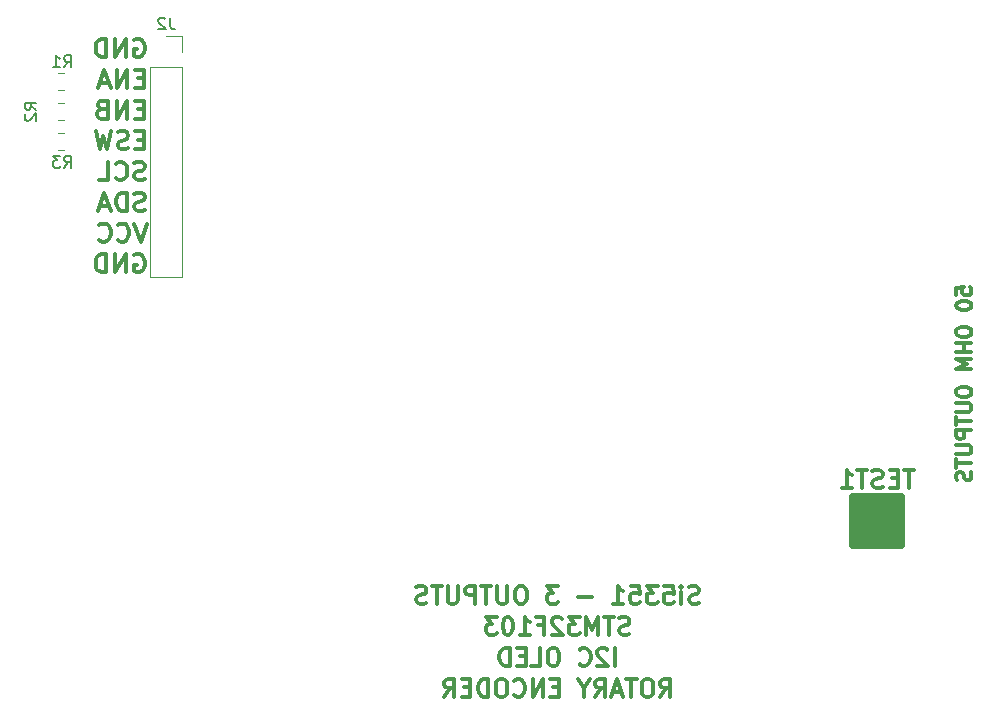
<source format=gbr>
G04 #@! TF.GenerationSoftware,KiCad,Pcbnew,(5.1.5)-3*
G04 #@! TF.CreationDate,2020-10-30T21:04:13-04:00*
G04 #@! TF.ProjectId,VFO-003,56464f2d-3030-4332-9e6b-696361645f70,1*
G04 #@! TF.SameCoordinates,Original*
G04 #@! TF.FileFunction,Legend,Bot*
G04 #@! TF.FilePolarity,Positive*
%FSLAX46Y46*%
G04 Gerber Fmt 4.6, Leading zero omitted, Abs format (unit mm)*
G04 Created by KiCad (PCBNEW (5.1.5)-3) date 2020-10-30 21:04:13*
%MOMM*%
%LPD*%
G04 APERTURE LIST*
%ADD10C,0.317500*%
%ADD11C,0.375000*%
%ADD12C,0.120000*%
%ADD13C,0.650000*%
%ADD14C,0.150000*%
%ADD15C,0.304800*%
G04 APERTURE END LIST*
D10*
X176054523Y-60520714D02*
X176054523Y-59915952D01*
X176659285Y-59855476D01*
X176598809Y-59915952D01*
X176538333Y-60036904D01*
X176538333Y-60339285D01*
X176598809Y-60460238D01*
X176659285Y-60520714D01*
X176780238Y-60581190D01*
X177082619Y-60581190D01*
X177203571Y-60520714D01*
X177264047Y-60460238D01*
X177324523Y-60339285D01*
X177324523Y-60036904D01*
X177264047Y-59915952D01*
X177203571Y-59855476D01*
X176054523Y-61367380D02*
X176054523Y-61488333D01*
X176115000Y-61609285D01*
X176175476Y-61669761D01*
X176296428Y-61730238D01*
X176538333Y-61790714D01*
X176840714Y-61790714D01*
X177082619Y-61730238D01*
X177203571Y-61669761D01*
X177264047Y-61609285D01*
X177324523Y-61488333D01*
X177324523Y-61367380D01*
X177264047Y-61246428D01*
X177203571Y-61185952D01*
X177082619Y-61125476D01*
X176840714Y-61065000D01*
X176538333Y-61065000D01*
X176296428Y-61125476D01*
X176175476Y-61185952D01*
X176115000Y-61246428D01*
X176054523Y-61367380D01*
X176054523Y-63544523D02*
X176054523Y-63786428D01*
X176115000Y-63907380D01*
X176235952Y-64028333D01*
X176477857Y-64088809D01*
X176901190Y-64088809D01*
X177143095Y-64028333D01*
X177264047Y-63907380D01*
X177324523Y-63786428D01*
X177324523Y-63544523D01*
X177264047Y-63423571D01*
X177143095Y-63302619D01*
X176901190Y-63242142D01*
X176477857Y-63242142D01*
X176235952Y-63302619D01*
X176115000Y-63423571D01*
X176054523Y-63544523D01*
X177324523Y-64633095D02*
X176054523Y-64633095D01*
X176659285Y-64633095D02*
X176659285Y-65358809D01*
X177324523Y-65358809D02*
X176054523Y-65358809D01*
X177324523Y-65963571D02*
X176054523Y-65963571D01*
X176961666Y-66386904D01*
X176054523Y-66810238D01*
X177324523Y-66810238D01*
X176054523Y-68624523D02*
X176054523Y-68866428D01*
X176115000Y-68987380D01*
X176235952Y-69108333D01*
X176477857Y-69168809D01*
X176901190Y-69168809D01*
X177143095Y-69108333D01*
X177264047Y-68987380D01*
X177324523Y-68866428D01*
X177324523Y-68624523D01*
X177264047Y-68503571D01*
X177143095Y-68382619D01*
X176901190Y-68322142D01*
X176477857Y-68322142D01*
X176235952Y-68382619D01*
X176115000Y-68503571D01*
X176054523Y-68624523D01*
X176054523Y-69713095D02*
X177082619Y-69713095D01*
X177203571Y-69773571D01*
X177264047Y-69834047D01*
X177324523Y-69955000D01*
X177324523Y-70196904D01*
X177264047Y-70317857D01*
X177203571Y-70378333D01*
X177082619Y-70438809D01*
X176054523Y-70438809D01*
X176054523Y-70862142D02*
X176054523Y-71587857D01*
X177324523Y-71225000D02*
X176054523Y-71225000D01*
X177324523Y-72011190D02*
X176054523Y-72011190D01*
X176054523Y-72495000D01*
X176115000Y-72615952D01*
X176175476Y-72676428D01*
X176296428Y-72736904D01*
X176477857Y-72736904D01*
X176598809Y-72676428D01*
X176659285Y-72615952D01*
X176719761Y-72495000D01*
X176719761Y-72011190D01*
X176054523Y-73281190D02*
X177082619Y-73281190D01*
X177203571Y-73341666D01*
X177264047Y-73402142D01*
X177324523Y-73523095D01*
X177324523Y-73765000D01*
X177264047Y-73885952D01*
X177203571Y-73946428D01*
X177082619Y-74006904D01*
X176054523Y-74006904D01*
X176054523Y-74430238D02*
X176054523Y-75155952D01*
X177324523Y-74793095D02*
X176054523Y-74793095D01*
X177264047Y-75518809D02*
X177324523Y-75700238D01*
X177324523Y-76002619D01*
X177264047Y-76123571D01*
X177203571Y-76184047D01*
X177082619Y-76244523D01*
X176961666Y-76244523D01*
X176840714Y-76184047D01*
X176780238Y-76123571D01*
X176719761Y-76002619D01*
X176659285Y-75760714D01*
X176598809Y-75639761D01*
X176538333Y-75579285D01*
X176417380Y-75518809D01*
X176296428Y-75518809D01*
X176175476Y-75579285D01*
X176115000Y-75639761D01*
X176054523Y-75760714D01*
X176054523Y-76063095D01*
X176115000Y-76244523D01*
X106463777Y-38945750D02*
X106613758Y-38873178D01*
X106838729Y-38873178D01*
X107063701Y-38945750D01*
X107213682Y-39090892D01*
X107288672Y-39236035D01*
X107363663Y-39526321D01*
X107363663Y-39744035D01*
X107288672Y-40034321D01*
X107213682Y-40179464D01*
X107063701Y-40324607D01*
X106838729Y-40397178D01*
X106688748Y-40397178D01*
X106463777Y-40324607D01*
X106388786Y-40252035D01*
X106388786Y-39744035D01*
X106688748Y-39744035D01*
X105713872Y-40397178D02*
X105713872Y-38873178D01*
X104813986Y-40397178D01*
X104813986Y-38873178D01*
X104064082Y-40397178D02*
X104064082Y-38873178D01*
X103689129Y-38873178D01*
X103464158Y-38945750D01*
X103314177Y-39090892D01*
X103239186Y-39236035D01*
X103164196Y-39526321D01*
X103164196Y-39744035D01*
X103239186Y-40034321D01*
X103314177Y-40179464D01*
X103464158Y-40324607D01*
X103689129Y-40397178D01*
X104064082Y-40397178D01*
X107288672Y-42202392D02*
X106763739Y-42202392D01*
X106538767Y-43000678D02*
X107288672Y-43000678D01*
X107288672Y-41476678D01*
X106538767Y-41476678D01*
X105863853Y-43000678D02*
X105863853Y-41476678D01*
X104963967Y-43000678D01*
X104963967Y-41476678D01*
X104289053Y-42565250D02*
X103539148Y-42565250D01*
X104439034Y-43000678D02*
X103914101Y-41476678D01*
X103389167Y-43000678D01*
X107288672Y-44805892D02*
X106763739Y-44805892D01*
X106538767Y-45604178D02*
X107288672Y-45604178D01*
X107288672Y-44080178D01*
X106538767Y-44080178D01*
X105863853Y-45604178D02*
X105863853Y-44080178D01*
X104963967Y-45604178D01*
X104963967Y-44080178D01*
X103689129Y-44805892D02*
X103464158Y-44878464D01*
X103389167Y-44951035D01*
X103314177Y-45096178D01*
X103314177Y-45313892D01*
X103389167Y-45459035D01*
X103464158Y-45531607D01*
X103614139Y-45604178D01*
X104214063Y-45604178D01*
X104214063Y-44080178D01*
X103689129Y-44080178D01*
X103539148Y-44152750D01*
X103464158Y-44225321D01*
X103389167Y-44370464D01*
X103389167Y-44515607D01*
X103464158Y-44660750D01*
X103539148Y-44733321D01*
X103689129Y-44805892D01*
X104214063Y-44805892D01*
X107288672Y-47409392D02*
X106763739Y-47409392D01*
X106538767Y-48207678D02*
X107288672Y-48207678D01*
X107288672Y-46683678D01*
X106538767Y-46683678D01*
X105938844Y-48135107D02*
X105713872Y-48207678D01*
X105338920Y-48207678D01*
X105188939Y-48135107D01*
X105113948Y-48062535D01*
X105038958Y-47917392D01*
X105038958Y-47772250D01*
X105113948Y-47627107D01*
X105188939Y-47554535D01*
X105338920Y-47481964D01*
X105638882Y-47409392D01*
X105788863Y-47336821D01*
X105863853Y-47264250D01*
X105938844Y-47119107D01*
X105938844Y-46973964D01*
X105863853Y-46828821D01*
X105788863Y-46756250D01*
X105638882Y-46683678D01*
X105263929Y-46683678D01*
X105038958Y-46756250D01*
X104514025Y-46683678D02*
X104139072Y-48207678D01*
X103839110Y-47119107D01*
X103539148Y-48207678D01*
X103164196Y-46683678D01*
X107363663Y-50738607D02*
X107138691Y-50811178D01*
X106763739Y-50811178D01*
X106613758Y-50738607D01*
X106538767Y-50666035D01*
X106463777Y-50520892D01*
X106463777Y-50375750D01*
X106538767Y-50230607D01*
X106613758Y-50158035D01*
X106763739Y-50085464D01*
X107063701Y-50012892D01*
X107213682Y-49940321D01*
X107288672Y-49867750D01*
X107363663Y-49722607D01*
X107363663Y-49577464D01*
X107288672Y-49432321D01*
X107213682Y-49359750D01*
X107063701Y-49287178D01*
X106688748Y-49287178D01*
X106463777Y-49359750D01*
X104888977Y-50666035D02*
X104963967Y-50738607D01*
X105188939Y-50811178D01*
X105338920Y-50811178D01*
X105563891Y-50738607D01*
X105713872Y-50593464D01*
X105788863Y-50448321D01*
X105863853Y-50158035D01*
X105863853Y-49940321D01*
X105788863Y-49650035D01*
X105713872Y-49504892D01*
X105563891Y-49359750D01*
X105338920Y-49287178D01*
X105188939Y-49287178D01*
X104963967Y-49359750D01*
X104888977Y-49432321D01*
X103464158Y-50811178D02*
X104214063Y-50811178D01*
X104214063Y-49287178D01*
X107363663Y-53342107D02*
X107138691Y-53414678D01*
X106763739Y-53414678D01*
X106613758Y-53342107D01*
X106538767Y-53269535D01*
X106463777Y-53124392D01*
X106463777Y-52979250D01*
X106538767Y-52834107D01*
X106613758Y-52761535D01*
X106763739Y-52688964D01*
X107063701Y-52616392D01*
X107213682Y-52543821D01*
X107288672Y-52471250D01*
X107363663Y-52326107D01*
X107363663Y-52180964D01*
X107288672Y-52035821D01*
X107213682Y-51963250D01*
X107063701Y-51890678D01*
X106688748Y-51890678D01*
X106463777Y-51963250D01*
X105788863Y-53414678D02*
X105788863Y-51890678D01*
X105413910Y-51890678D01*
X105188939Y-51963250D01*
X105038958Y-52108392D01*
X104963967Y-52253535D01*
X104888977Y-52543821D01*
X104888977Y-52761535D01*
X104963967Y-53051821D01*
X105038958Y-53196964D01*
X105188939Y-53342107D01*
X105413910Y-53414678D01*
X105788863Y-53414678D01*
X104289053Y-52979250D02*
X103539148Y-52979250D01*
X104439034Y-53414678D02*
X103914101Y-51890678D01*
X103389167Y-53414678D01*
X107513644Y-54494178D02*
X106988710Y-56018178D01*
X106463777Y-54494178D01*
X105038958Y-55873035D02*
X105113948Y-55945607D01*
X105338920Y-56018178D01*
X105488901Y-56018178D01*
X105713872Y-55945607D01*
X105863853Y-55800464D01*
X105938844Y-55655321D01*
X106013834Y-55365035D01*
X106013834Y-55147321D01*
X105938844Y-54857035D01*
X105863853Y-54711892D01*
X105713872Y-54566750D01*
X105488901Y-54494178D01*
X105338920Y-54494178D01*
X105113948Y-54566750D01*
X105038958Y-54639321D01*
X103464158Y-55873035D02*
X103539148Y-55945607D01*
X103764120Y-56018178D01*
X103914101Y-56018178D01*
X104139072Y-55945607D01*
X104289053Y-55800464D01*
X104364044Y-55655321D01*
X104439034Y-55365035D01*
X104439034Y-55147321D01*
X104364044Y-54857035D01*
X104289053Y-54711892D01*
X104139072Y-54566750D01*
X103914101Y-54494178D01*
X103764120Y-54494178D01*
X103539148Y-54566750D01*
X103464158Y-54639321D01*
X106463777Y-57170250D02*
X106613758Y-57097678D01*
X106838729Y-57097678D01*
X107063701Y-57170250D01*
X107213682Y-57315392D01*
X107288672Y-57460535D01*
X107363663Y-57750821D01*
X107363663Y-57968535D01*
X107288672Y-58258821D01*
X107213682Y-58403964D01*
X107063701Y-58549107D01*
X106838729Y-58621678D01*
X106688748Y-58621678D01*
X106463777Y-58549107D01*
X106388786Y-58476535D01*
X106388786Y-57968535D01*
X106688748Y-57968535D01*
X105713872Y-58621678D02*
X105713872Y-57097678D01*
X104813986Y-58621678D01*
X104813986Y-57097678D01*
X104064082Y-58621678D02*
X104064082Y-57097678D01*
X103689129Y-57097678D01*
X103464158Y-57170250D01*
X103314177Y-57315392D01*
X103239186Y-57460535D01*
X103164196Y-57750821D01*
X103164196Y-57968535D01*
X103239186Y-58258821D01*
X103314177Y-58403964D01*
X103464158Y-58549107D01*
X103689129Y-58621678D01*
X104064082Y-58621678D01*
D11*
X154255085Y-86611042D02*
X154040800Y-86682471D01*
X153683657Y-86682471D01*
X153540800Y-86611042D01*
X153469371Y-86539614D01*
X153397942Y-86396757D01*
X153397942Y-86253900D01*
X153469371Y-86111042D01*
X153540800Y-86039614D01*
X153683657Y-85968185D01*
X153969371Y-85896757D01*
X154112228Y-85825328D01*
X154183657Y-85753900D01*
X154255085Y-85611042D01*
X154255085Y-85468185D01*
X154183657Y-85325328D01*
X154112228Y-85253900D01*
X153969371Y-85182471D01*
X153612228Y-85182471D01*
X153397942Y-85253900D01*
X152755085Y-86682471D02*
X152755085Y-85682471D01*
X152755085Y-85182471D02*
X152826514Y-85253900D01*
X152755085Y-85325328D01*
X152683657Y-85253900D01*
X152755085Y-85182471D01*
X152755085Y-85325328D01*
X151326514Y-85182471D02*
X152040800Y-85182471D01*
X152112228Y-85896757D01*
X152040800Y-85825328D01*
X151897942Y-85753900D01*
X151540800Y-85753900D01*
X151397942Y-85825328D01*
X151326514Y-85896757D01*
X151255085Y-86039614D01*
X151255085Y-86396757D01*
X151326514Y-86539614D01*
X151397942Y-86611042D01*
X151540800Y-86682471D01*
X151897942Y-86682471D01*
X152040800Y-86611042D01*
X152112228Y-86539614D01*
X150755085Y-85182471D02*
X149826514Y-85182471D01*
X150326514Y-85753900D01*
X150112228Y-85753900D01*
X149969371Y-85825328D01*
X149897942Y-85896757D01*
X149826514Y-86039614D01*
X149826514Y-86396757D01*
X149897942Y-86539614D01*
X149969371Y-86611042D01*
X150112228Y-86682471D01*
X150540800Y-86682471D01*
X150683657Y-86611042D01*
X150755085Y-86539614D01*
X148469371Y-85182471D02*
X149183657Y-85182471D01*
X149255085Y-85896757D01*
X149183657Y-85825328D01*
X149040800Y-85753900D01*
X148683657Y-85753900D01*
X148540800Y-85825328D01*
X148469371Y-85896757D01*
X148397942Y-86039614D01*
X148397942Y-86396757D01*
X148469371Y-86539614D01*
X148540800Y-86611042D01*
X148683657Y-86682471D01*
X149040800Y-86682471D01*
X149183657Y-86611042D01*
X149255085Y-86539614D01*
X146969371Y-86682471D02*
X147826514Y-86682471D01*
X147397942Y-86682471D02*
X147397942Y-85182471D01*
X147540800Y-85396757D01*
X147683657Y-85539614D01*
X147826514Y-85611042D01*
X145183657Y-86111042D02*
X144040800Y-86111042D01*
X142326514Y-85182471D02*
X141397942Y-85182471D01*
X141897942Y-85753900D01*
X141683657Y-85753900D01*
X141540800Y-85825328D01*
X141469371Y-85896757D01*
X141397942Y-86039614D01*
X141397942Y-86396757D01*
X141469371Y-86539614D01*
X141540800Y-86611042D01*
X141683657Y-86682471D01*
X142112228Y-86682471D01*
X142255085Y-86611042D01*
X142326514Y-86539614D01*
X139326514Y-85182471D02*
X139040800Y-85182471D01*
X138897942Y-85253900D01*
X138755085Y-85396757D01*
X138683657Y-85682471D01*
X138683657Y-86182471D01*
X138755085Y-86468185D01*
X138897942Y-86611042D01*
X139040800Y-86682471D01*
X139326514Y-86682471D01*
X139469371Y-86611042D01*
X139612228Y-86468185D01*
X139683657Y-86182471D01*
X139683657Y-85682471D01*
X139612228Y-85396757D01*
X139469371Y-85253900D01*
X139326514Y-85182471D01*
X138040800Y-85182471D02*
X138040800Y-86396757D01*
X137969371Y-86539614D01*
X137897942Y-86611042D01*
X137755085Y-86682471D01*
X137469371Y-86682471D01*
X137326514Y-86611042D01*
X137255085Y-86539614D01*
X137183657Y-86396757D01*
X137183657Y-85182471D01*
X136683657Y-85182471D02*
X135826514Y-85182471D01*
X136255085Y-86682471D02*
X136255085Y-85182471D01*
X135326514Y-86682471D02*
X135326514Y-85182471D01*
X134755085Y-85182471D01*
X134612228Y-85253900D01*
X134540800Y-85325328D01*
X134469371Y-85468185D01*
X134469371Y-85682471D01*
X134540800Y-85825328D01*
X134612228Y-85896757D01*
X134755085Y-85968185D01*
X135326514Y-85968185D01*
X133826514Y-85182471D02*
X133826514Y-86396757D01*
X133755085Y-86539614D01*
X133683657Y-86611042D01*
X133540800Y-86682471D01*
X133255085Y-86682471D01*
X133112228Y-86611042D01*
X133040800Y-86539614D01*
X132969371Y-86396757D01*
X132969371Y-85182471D01*
X132469371Y-85182471D02*
X131612228Y-85182471D01*
X132040800Y-86682471D02*
X132040800Y-85182471D01*
X131183657Y-86611042D02*
X130969371Y-86682471D01*
X130612228Y-86682471D01*
X130469371Y-86611042D01*
X130397942Y-86539614D01*
X130326514Y-86396757D01*
X130326514Y-86253900D01*
X130397942Y-86111042D01*
X130469371Y-86039614D01*
X130612228Y-85968185D01*
X130897942Y-85896757D01*
X131040800Y-85825328D01*
X131112228Y-85753900D01*
X131183657Y-85611042D01*
X131183657Y-85468185D01*
X131112228Y-85325328D01*
X131040800Y-85253900D01*
X130897942Y-85182471D01*
X130540800Y-85182471D01*
X130326514Y-85253900D01*
X148362228Y-89236042D02*
X148147942Y-89307471D01*
X147790800Y-89307471D01*
X147647942Y-89236042D01*
X147576514Y-89164614D01*
X147505085Y-89021757D01*
X147505085Y-88878900D01*
X147576514Y-88736042D01*
X147647942Y-88664614D01*
X147790800Y-88593185D01*
X148076514Y-88521757D01*
X148219371Y-88450328D01*
X148290800Y-88378900D01*
X148362228Y-88236042D01*
X148362228Y-88093185D01*
X148290800Y-87950328D01*
X148219371Y-87878900D01*
X148076514Y-87807471D01*
X147719371Y-87807471D01*
X147505085Y-87878900D01*
X147076514Y-87807471D02*
X146219371Y-87807471D01*
X146647942Y-89307471D02*
X146647942Y-87807471D01*
X145719371Y-89307471D02*
X145719371Y-87807471D01*
X145219371Y-88878900D01*
X144719371Y-87807471D01*
X144719371Y-89307471D01*
X144147942Y-87807471D02*
X143219371Y-87807471D01*
X143719371Y-88378900D01*
X143505085Y-88378900D01*
X143362228Y-88450328D01*
X143290800Y-88521757D01*
X143219371Y-88664614D01*
X143219371Y-89021757D01*
X143290800Y-89164614D01*
X143362228Y-89236042D01*
X143505085Y-89307471D01*
X143933657Y-89307471D01*
X144076514Y-89236042D01*
X144147942Y-89164614D01*
X142647942Y-87950328D02*
X142576514Y-87878900D01*
X142433657Y-87807471D01*
X142076514Y-87807471D01*
X141933657Y-87878900D01*
X141862228Y-87950328D01*
X141790800Y-88093185D01*
X141790800Y-88236042D01*
X141862228Y-88450328D01*
X142719371Y-89307471D01*
X141790800Y-89307471D01*
X140647942Y-88521757D02*
X141147942Y-88521757D01*
X141147942Y-89307471D02*
X141147942Y-87807471D01*
X140433657Y-87807471D01*
X139076514Y-89307471D02*
X139933657Y-89307471D01*
X139505085Y-89307471D02*
X139505085Y-87807471D01*
X139647942Y-88021757D01*
X139790800Y-88164614D01*
X139933657Y-88236042D01*
X138147942Y-87807471D02*
X138005085Y-87807471D01*
X137862228Y-87878900D01*
X137790800Y-87950328D01*
X137719371Y-88093185D01*
X137647942Y-88378900D01*
X137647942Y-88736042D01*
X137719371Y-89021757D01*
X137790800Y-89164614D01*
X137862228Y-89236042D01*
X138005085Y-89307471D01*
X138147942Y-89307471D01*
X138290800Y-89236042D01*
X138362228Y-89164614D01*
X138433657Y-89021757D01*
X138505085Y-88736042D01*
X138505085Y-88378900D01*
X138433657Y-88093185D01*
X138362228Y-87950328D01*
X138290800Y-87878900D01*
X138147942Y-87807471D01*
X137147942Y-87807471D02*
X136219371Y-87807471D01*
X136719371Y-88378900D01*
X136505085Y-88378900D01*
X136362228Y-88450328D01*
X136290800Y-88521757D01*
X136219371Y-88664614D01*
X136219371Y-89021757D01*
X136290800Y-89164614D01*
X136362228Y-89236042D01*
X136505085Y-89307471D01*
X136933657Y-89307471D01*
X137076514Y-89236042D01*
X137147942Y-89164614D01*
X147147942Y-91932471D02*
X147147942Y-90432471D01*
X146505085Y-90575328D02*
X146433657Y-90503900D01*
X146290800Y-90432471D01*
X145933657Y-90432471D01*
X145790800Y-90503900D01*
X145719371Y-90575328D01*
X145647942Y-90718185D01*
X145647942Y-90861042D01*
X145719371Y-91075328D01*
X146576514Y-91932471D01*
X145647942Y-91932471D01*
X144147942Y-91789614D02*
X144219371Y-91861042D01*
X144433657Y-91932471D01*
X144576514Y-91932471D01*
X144790800Y-91861042D01*
X144933657Y-91718185D01*
X145005085Y-91575328D01*
X145076514Y-91289614D01*
X145076514Y-91075328D01*
X145005085Y-90789614D01*
X144933657Y-90646757D01*
X144790800Y-90503900D01*
X144576514Y-90432471D01*
X144433657Y-90432471D01*
X144219371Y-90503900D01*
X144147942Y-90575328D01*
X142076514Y-90432471D02*
X141790800Y-90432471D01*
X141647942Y-90503900D01*
X141505085Y-90646757D01*
X141433657Y-90932471D01*
X141433657Y-91432471D01*
X141505085Y-91718185D01*
X141647942Y-91861042D01*
X141790800Y-91932471D01*
X142076514Y-91932471D01*
X142219371Y-91861042D01*
X142362228Y-91718185D01*
X142433657Y-91432471D01*
X142433657Y-90932471D01*
X142362228Y-90646757D01*
X142219371Y-90503900D01*
X142076514Y-90432471D01*
X140076514Y-91932471D02*
X140790800Y-91932471D01*
X140790800Y-90432471D01*
X139576514Y-91146757D02*
X139076514Y-91146757D01*
X138862228Y-91932471D02*
X139576514Y-91932471D01*
X139576514Y-90432471D01*
X138862228Y-90432471D01*
X138219371Y-91932471D02*
X138219371Y-90432471D01*
X137862228Y-90432471D01*
X137647942Y-90503900D01*
X137505085Y-90646757D01*
X137433657Y-90789614D01*
X137362228Y-91075328D01*
X137362228Y-91289614D01*
X137433657Y-91575328D01*
X137505085Y-91718185D01*
X137647942Y-91861042D01*
X137862228Y-91932471D01*
X138219371Y-91932471D01*
X150969371Y-94557471D02*
X151469371Y-93843185D01*
X151826514Y-94557471D02*
X151826514Y-93057471D01*
X151255085Y-93057471D01*
X151112228Y-93128900D01*
X151040800Y-93200328D01*
X150969371Y-93343185D01*
X150969371Y-93557471D01*
X151040800Y-93700328D01*
X151112228Y-93771757D01*
X151255085Y-93843185D01*
X151826514Y-93843185D01*
X150040800Y-93057471D02*
X149755085Y-93057471D01*
X149612228Y-93128900D01*
X149469371Y-93271757D01*
X149397942Y-93557471D01*
X149397942Y-94057471D01*
X149469371Y-94343185D01*
X149612228Y-94486042D01*
X149755085Y-94557471D01*
X150040800Y-94557471D01*
X150183657Y-94486042D01*
X150326514Y-94343185D01*
X150397942Y-94057471D01*
X150397942Y-93557471D01*
X150326514Y-93271757D01*
X150183657Y-93128900D01*
X150040800Y-93057471D01*
X148969371Y-93057471D02*
X148112228Y-93057471D01*
X148540800Y-94557471D02*
X148540800Y-93057471D01*
X147683657Y-94128900D02*
X146969371Y-94128900D01*
X147826514Y-94557471D02*
X147326514Y-93057471D01*
X146826514Y-94557471D01*
X145469371Y-94557471D02*
X145969371Y-93843185D01*
X146326514Y-94557471D02*
X146326514Y-93057471D01*
X145755085Y-93057471D01*
X145612228Y-93128900D01*
X145540800Y-93200328D01*
X145469371Y-93343185D01*
X145469371Y-93557471D01*
X145540800Y-93700328D01*
X145612228Y-93771757D01*
X145755085Y-93843185D01*
X146326514Y-93843185D01*
X144540800Y-93843185D02*
X144540800Y-94557471D01*
X145040800Y-93057471D02*
X144540800Y-93843185D01*
X144040800Y-93057471D01*
X142397942Y-93771757D02*
X141897942Y-93771757D01*
X141683657Y-94557471D02*
X142397942Y-94557471D01*
X142397942Y-93057471D01*
X141683657Y-93057471D01*
X141040800Y-94557471D02*
X141040800Y-93057471D01*
X140183657Y-94557471D01*
X140183657Y-93057471D01*
X138612228Y-94414614D02*
X138683657Y-94486042D01*
X138897942Y-94557471D01*
X139040800Y-94557471D01*
X139255085Y-94486042D01*
X139397942Y-94343185D01*
X139469371Y-94200328D01*
X139540800Y-93914614D01*
X139540800Y-93700328D01*
X139469371Y-93414614D01*
X139397942Y-93271757D01*
X139255085Y-93128900D01*
X139040800Y-93057471D01*
X138897942Y-93057471D01*
X138683657Y-93128900D01*
X138612228Y-93200328D01*
X137683657Y-93057471D02*
X137397942Y-93057471D01*
X137255085Y-93128900D01*
X137112228Y-93271757D01*
X137040800Y-93557471D01*
X137040800Y-94057471D01*
X137112228Y-94343185D01*
X137255085Y-94486042D01*
X137397942Y-94557471D01*
X137683657Y-94557471D01*
X137826514Y-94486042D01*
X137969371Y-94343185D01*
X138040800Y-94057471D01*
X138040800Y-93557471D01*
X137969371Y-93271757D01*
X137826514Y-93128900D01*
X137683657Y-93057471D01*
X136397942Y-94557471D02*
X136397942Y-93057471D01*
X136040800Y-93057471D01*
X135826514Y-93128900D01*
X135683657Y-93271757D01*
X135612228Y-93414614D01*
X135540800Y-93700328D01*
X135540800Y-93914614D01*
X135612228Y-94200328D01*
X135683657Y-94343185D01*
X135826514Y-94486042D01*
X136040800Y-94557471D01*
X136397942Y-94557471D01*
X134897942Y-93771757D02*
X134397942Y-93771757D01*
X134183657Y-94557471D02*
X134897942Y-94557471D01*
X134897942Y-93057471D01*
X134183657Y-93057471D01*
X132683657Y-94557471D02*
X133183657Y-93843185D01*
X133540800Y-94557471D02*
X133540800Y-93057471D01*
X132969371Y-93057471D01*
X132826514Y-93128900D01*
X132755085Y-93200328D01*
X132683657Y-93343185D01*
X132683657Y-93557471D01*
X132755085Y-93700328D01*
X132826514Y-93771757D01*
X132969371Y-93843185D01*
X133540800Y-93843185D01*
D12*
X110470000Y-38600000D02*
X109140000Y-38600000D01*
X110470000Y-39930000D02*
X110470000Y-38600000D01*
X110470000Y-41200000D02*
X107810000Y-41200000D01*
X107810000Y-41200000D02*
X107810000Y-59040000D01*
X110470000Y-41200000D02*
X110470000Y-59040000D01*
X110470000Y-59040000D02*
X107810000Y-59040000D01*
X99988748Y-44300000D02*
X100511252Y-44300000D01*
X99988748Y-45720000D02*
X100511252Y-45720000D01*
X99988748Y-41760000D02*
X100511252Y-41760000D01*
X99988748Y-43180000D02*
X100511252Y-43180000D01*
X99988748Y-46840000D02*
X100511252Y-46840000D01*
X99988748Y-48260000D02*
X100511252Y-48260000D01*
D13*
X167338000Y-81181000D02*
X171338000Y-81181000D01*
X167338000Y-80681000D02*
X167338000Y-81181000D01*
X171338000Y-80681000D02*
X167338000Y-80681000D01*
X171338000Y-80181000D02*
X171338000Y-80681000D01*
X170838000Y-80181000D02*
X171338000Y-80181000D01*
X167338000Y-80181000D02*
X170838000Y-80181000D01*
X167338000Y-79681000D02*
X167338000Y-80181000D01*
X171338000Y-79681000D02*
X167338000Y-79681000D01*
X171338000Y-79181000D02*
X171338000Y-79681000D01*
X167338000Y-79181000D02*
X171338000Y-79181000D01*
X167338000Y-78681000D02*
X167338000Y-79181000D01*
X171338000Y-78681000D02*
X167338000Y-78681000D01*
X171338000Y-78181000D02*
X171338000Y-78681000D01*
X167338000Y-78181000D02*
X171338000Y-78181000D01*
X167338000Y-77681000D02*
X167338000Y-78181000D01*
X167338000Y-81681000D02*
X167338000Y-77681000D01*
X171338000Y-81681000D02*
X167338000Y-81681000D01*
X171338000Y-77681000D02*
X171338000Y-81681000D01*
X167338000Y-77681000D02*
X171338000Y-77681000D01*
D14*
X109473333Y-37052380D02*
X109473333Y-37766666D01*
X109520952Y-37909523D01*
X109616190Y-38004761D01*
X109759047Y-38052380D01*
X109854285Y-38052380D01*
X109044761Y-37147619D02*
X108997142Y-37100000D01*
X108901904Y-37052380D01*
X108663809Y-37052380D01*
X108568571Y-37100000D01*
X108520952Y-37147619D01*
X108473333Y-37242857D01*
X108473333Y-37338095D01*
X108520952Y-37480952D01*
X109092380Y-38052380D01*
X108473333Y-38052380D01*
X98162380Y-44843333D02*
X97686190Y-44510000D01*
X98162380Y-44271904D02*
X97162380Y-44271904D01*
X97162380Y-44652857D01*
X97210000Y-44748095D01*
X97257619Y-44795714D01*
X97352857Y-44843333D01*
X97495714Y-44843333D01*
X97590952Y-44795714D01*
X97638571Y-44748095D01*
X97686190Y-44652857D01*
X97686190Y-44271904D01*
X97257619Y-45224285D02*
X97210000Y-45271904D01*
X97162380Y-45367142D01*
X97162380Y-45605238D01*
X97210000Y-45700476D01*
X97257619Y-45748095D01*
X97352857Y-45795714D01*
X97448095Y-45795714D01*
X97590952Y-45748095D01*
X98162380Y-45176666D01*
X98162380Y-45795714D01*
X100506666Y-41252380D02*
X100840000Y-40776190D01*
X101078095Y-41252380D02*
X101078095Y-40252380D01*
X100697142Y-40252380D01*
X100601904Y-40300000D01*
X100554285Y-40347619D01*
X100506666Y-40442857D01*
X100506666Y-40585714D01*
X100554285Y-40680952D01*
X100601904Y-40728571D01*
X100697142Y-40776190D01*
X101078095Y-40776190D01*
X99554285Y-41252380D02*
X100125714Y-41252380D01*
X99840000Y-41252380D02*
X99840000Y-40252380D01*
X99935238Y-40395238D01*
X100030476Y-40490476D01*
X100125714Y-40538095D01*
X100506666Y-49752380D02*
X100840000Y-49276190D01*
X101078095Y-49752380D02*
X101078095Y-48752380D01*
X100697142Y-48752380D01*
X100601904Y-48800000D01*
X100554285Y-48847619D01*
X100506666Y-48942857D01*
X100506666Y-49085714D01*
X100554285Y-49180952D01*
X100601904Y-49228571D01*
X100697142Y-49276190D01*
X101078095Y-49276190D01*
X100173333Y-48752380D02*
X99554285Y-48752380D01*
X99887619Y-49133333D01*
X99744761Y-49133333D01*
X99649523Y-49180952D01*
X99601904Y-49228571D01*
X99554285Y-49323809D01*
X99554285Y-49561904D01*
X99601904Y-49657142D01*
X99649523Y-49704761D01*
X99744761Y-49752380D01*
X100030476Y-49752380D01*
X100125714Y-49704761D01*
X100173333Y-49657142D01*
D15*
X172494857Y-75346428D02*
X171624000Y-75346428D01*
X172059428Y-76870428D02*
X172059428Y-75346428D01*
X171116000Y-76072142D02*
X170608000Y-76072142D01*
X170390285Y-76870428D02*
X171116000Y-76870428D01*
X171116000Y-75346428D01*
X170390285Y-75346428D01*
X169809714Y-76797857D02*
X169592000Y-76870428D01*
X169229142Y-76870428D01*
X169084000Y-76797857D01*
X169011428Y-76725285D01*
X168938857Y-76580142D01*
X168938857Y-76435000D01*
X169011428Y-76289857D01*
X169084000Y-76217285D01*
X169229142Y-76144714D01*
X169519428Y-76072142D01*
X169664571Y-75999571D01*
X169737142Y-75927000D01*
X169809714Y-75781857D01*
X169809714Y-75636714D01*
X169737142Y-75491571D01*
X169664571Y-75419000D01*
X169519428Y-75346428D01*
X169156571Y-75346428D01*
X168938857Y-75419000D01*
X168503428Y-75346428D02*
X167632571Y-75346428D01*
X168068000Y-76870428D02*
X168068000Y-75346428D01*
X166326285Y-76870428D02*
X167197142Y-76870428D01*
X166761714Y-76870428D02*
X166761714Y-75346428D01*
X166906857Y-75564142D01*
X167052000Y-75709285D01*
X167197142Y-75781857D01*
M02*

</source>
